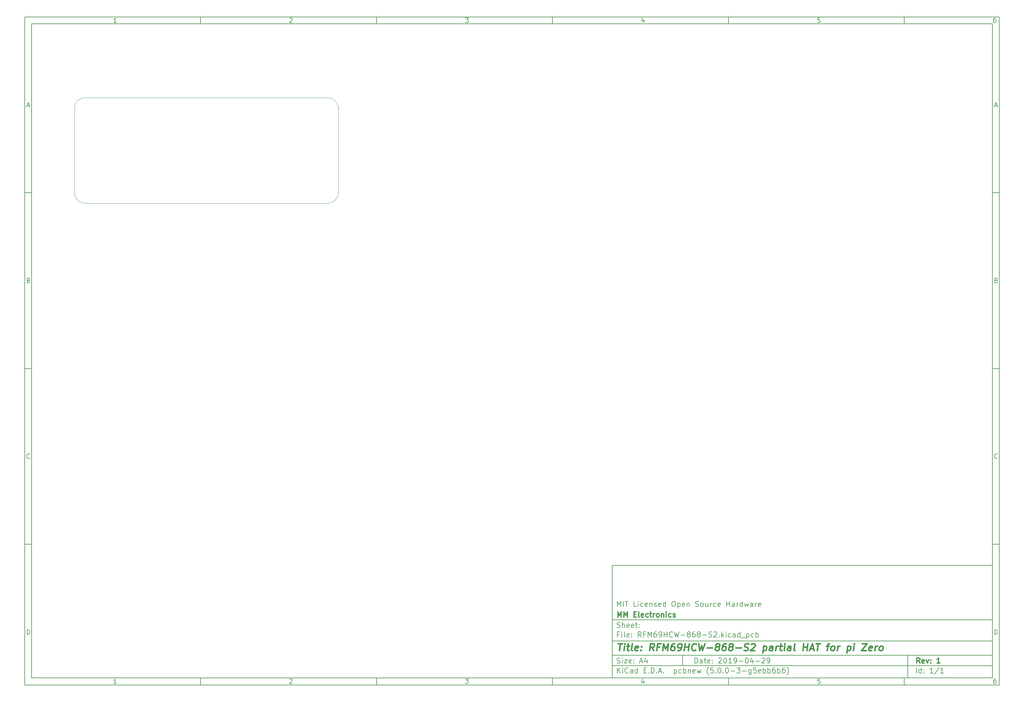
<source format=gbr>
%TF.GenerationSoftware,KiCad,Pcbnew,(5.0.0-3-g5ebb6b6)*%
%TF.CreationDate,2019-04-29T20:19:19+01:00*%
%TF.ProjectId,RFM69HCW-868-S2,52464D36394843572D3836382D53322E,1*%
%TF.SameCoordinates,Original*%
%TF.FileFunction,Profile,NP*%
%FSLAX46Y46*%
G04 Gerber Fmt 4.6, Leading zero omitted, Abs format (unit mm)*
G04 Created by KiCad (PCBNEW (5.0.0-3-g5ebb6b6)) date Monday, 29 April 2019 at 20:19:19*
%MOMM*%
%LPD*%
G01*
G04 APERTURE LIST*
%ADD10C,0.100000*%
%ADD11C,0.150000*%
%ADD12C,0.300000*%
%ADD13C,0.400000*%
G04 APERTURE END LIST*
D10*
D11*
X177002200Y-166007200D02*
X177002200Y-198007200D01*
X285002200Y-198007200D01*
X285002200Y-166007200D01*
X177002200Y-166007200D01*
D10*
D11*
X10000000Y-10000000D02*
X10000000Y-200007200D01*
X287002200Y-200007200D01*
X287002200Y-10000000D01*
X10000000Y-10000000D01*
D10*
D11*
X12000000Y-12000000D02*
X12000000Y-198007200D01*
X285002200Y-198007200D01*
X285002200Y-12000000D01*
X12000000Y-12000000D01*
D10*
D11*
X60000000Y-12000000D02*
X60000000Y-10000000D01*
D10*
D11*
X110000000Y-12000000D02*
X110000000Y-10000000D01*
D10*
D11*
X160000000Y-12000000D02*
X160000000Y-10000000D01*
D10*
D11*
X210000000Y-12000000D02*
X210000000Y-10000000D01*
D10*
D11*
X260000000Y-12000000D02*
X260000000Y-10000000D01*
D10*
D11*
X36065476Y-11588095D02*
X35322619Y-11588095D01*
X35694047Y-11588095D02*
X35694047Y-10288095D01*
X35570238Y-10473809D01*
X35446428Y-10597619D01*
X35322619Y-10659523D01*
D10*
D11*
X85322619Y-10411904D02*
X85384523Y-10350000D01*
X85508333Y-10288095D01*
X85817857Y-10288095D01*
X85941666Y-10350000D01*
X86003571Y-10411904D01*
X86065476Y-10535714D01*
X86065476Y-10659523D01*
X86003571Y-10845238D01*
X85260714Y-11588095D01*
X86065476Y-11588095D01*
D10*
D11*
X135260714Y-10288095D02*
X136065476Y-10288095D01*
X135632142Y-10783333D01*
X135817857Y-10783333D01*
X135941666Y-10845238D01*
X136003571Y-10907142D01*
X136065476Y-11030952D01*
X136065476Y-11340476D01*
X136003571Y-11464285D01*
X135941666Y-11526190D01*
X135817857Y-11588095D01*
X135446428Y-11588095D01*
X135322619Y-11526190D01*
X135260714Y-11464285D01*
D10*
D11*
X185941666Y-10721428D02*
X185941666Y-11588095D01*
X185632142Y-10226190D02*
X185322619Y-11154761D01*
X186127380Y-11154761D01*
D10*
D11*
X236003571Y-10288095D02*
X235384523Y-10288095D01*
X235322619Y-10907142D01*
X235384523Y-10845238D01*
X235508333Y-10783333D01*
X235817857Y-10783333D01*
X235941666Y-10845238D01*
X236003571Y-10907142D01*
X236065476Y-11030952D01*
X236065476Y-11340476D01*
X236003571Y-11464285D01*
X235941666Y-11526190D01*
X235817857Y-11588095D01*
X235508333Y-11588095D01*
X235384523Y-11526190D01*
X235322619Y-11464285D01*
D10*
D11*
X285941666Y-10288095D02*
X285694047Y-10288095D01*
X285570238Y-10350000D01*
X285508333Y-10411904D01*
X285384523Y-10597619D01*
X285322619Y-10845238D01*
X285322619Y-11340476D01*
X285384523Y-11464285D01*
X285446428Y-11526190D01*
X285570238Y-11588095D01*
X285817857Y-11588095D01*
X285941666Y-11526190D01*
X286003571Y-11464285D01*
X286065476Y-11340476D01*
X286065476Y-11030952D01*
X286003571Y-10907142D01*
X285941666Y-10845238D01*
X285817857Y-10783333D01*
X285570238Y-10783333D01*
X285446428Y-10845238D01*
X285384523Y-10907142D01*
X285322619Y-11030952D01*
D10*
D11*
X60000000Y-198007200D02*
X60000000Y-200007200D01*
D10*
D11*
X110000000Y-198007200D02*
X110000000Y-200007200D01*
D10*
D11*
X160000000Y-198007200D02*
X160000000Y-200007200D01*
D10*
D11*
X210000000Y-198007200D02*
X210000000Y-200007200D01*
D10*
D11*
X260000000Y-198007200D02*
X260000000Y-200007200D01*
D10*
D11*
X36065476Y-199595295D02*
X35322619Y-199595295D01*
X35694047Y-199595295D02*
X35694047Y-198295295D01*
X35570238Y-198481009D01*
X35446428Y-198604819D01*
X35322619Y-198666723D01*
D10*
D11*
X85322619Y-198419104D02*
X85384523Y-198357200D01*
X85508333Y-198295295D01*
X85817857Y-198295295D01*
X85941666Y-198357200D01*
X86003571Y-198419104D01*
X86065476Y-198542914D01*
X86065476Y-198666723D01*
X86003571Y-198852438D01*
X85260714Y-199595295D01*
X86065476Y-199595295D01*
D10*
D11*
X135260714Y-198295295D02*
X136065476Y-198295295D01*
X135632142Y-198790533D01*
X135817857Y-198790533D01*
X135941666Y-198852438D01*
X136003571Y-198914342D01*
X136065476Y-199038152D01*
X136065476Y-199347676D01*
X136003571Y-199471485D01*
X135941666Y-199533390D01*
X135817857Y-199595295D01*
X135446428Y-199595295D01*
X135322619Y-199533390D01*
X135260714Y-199471485D01*
D10*
D11*
X185941666Y-198728628D02*
X185941666Y-199595295D01*
X185632142Y-198233390D02*
X185322619Y-199161961D01*
X186127380Y-199161961D01*
D10*
D11*
X236003571Y-198295295D02*
X235384523Y-198295295D01*
X235322619Y-198914342D01*
X235384523Y-198852438D01*
X235508333Y-198790533D01*
X235817857Y-198790533D01*
X235941666Y-198852438D01*
X236003571Y-198914342D01*
X236065476Y-199038152D01*
X236065476Y-199347676D01*
X236003571Y-199471485D01*
X235941666Y-199533390D01*
X235817857Y-199595295D01*
X235508333Y-199595295D01*
X235384523Y-199533390D01*
X235322619Y-199471485D01*
D10*
D11*
X285941666Y-198295295D02*
X285694047Y-198295295D01*
X285570238Y-198357200D01*
X285508333Y-198419104D01*
X285384523Y-198604819D01*
X285322619Y-198852438D01*
X285322619Y-199347676D01*
X285384523Y-199471485D01*
X285446428Y-199533390D01*
X285570238Y-199595295D01*
X285817857Y-199595295D01*
X285941666Y-199533390D01*
X286003571Y-199471485D01*
X286065476Y-199347676D01*
X286065476Y-199038152D01*
X286003571Y-198914342D01*
X285941666Y-198852438D01*
X285817857Y-198790533D01*
X285570238Y-198790533D01*
X285446428Y-198852438D01*
X285384523Y-198914342D01*
X285322619Y-199038152D01*
D10*
D11*
X10000000Y-60000000D02*
X12000000Y-60000000D01*
D10*
D11*
X10000000Y-110000000D02*
X12000000Y-110000000D01*
D10*
D11*
X10000000Y-160000000D02*
X12000000Y-160000000D01*
D10*
D11*
X10690476Y-35216666D02*
X11309523Y-35216666D01*
X10566666Y-35588095D02*
X11000000Y-34288095D01*
X11433333Y-35588095D01*
D10*
D11*
X11092857Y-84907142D02*
X11278571Y-84969047D01*
X11340476Y-85030952D01*
X11402380Y-85154761D01*
X11402380Y-85340476D01*
X11340476Y-85464285D01*
X11278571Y-85526190D01*
X11154761Y-85588095D01*
X10659523Y-85588095D01*
X10659523Y-84288095D01*
X11092857Y-84288095D01*
X11216666Y-84350000D01*
X11278571Y-84411904D01*
X11340476Y-84535714D01*
X11340476Y-84659523D01*
X11278571Y-84783333D01*
X11216666Y-84845238D01*
X11092857Y-84907142D01*
X10659523Y-84907142D01*
D10*
D11*
X11402380Y-135464285D02*
X11340476Y-135526190D01*
X11154761Y-135588095D01*
X11030952Y-135588095D01*
X10845238Y-135526190D01*
X10721428Y-135402380D01*
X10659523Y-135278571D01*
X10597619Y-135030952D01*
X10597619Y-134845238D01*
X10659523Y-134597619D01*
X10721428Y-134473809D01*
X10845238Y-134350000D01*
X11030952Y-134288095D01*
X11154761Y-134288095D01*
X11340476Y-134350000D01*
X11402380Y-134411904D01*
D10*
D11*
X10659523Y-185588095D02*
X10659523Y-184288095D01*
X10969047Y-184288095D01*
X11154761Y-184350000D01*
X11278571Y-184473809D01*
X11340476Y-184597619D01*
X11402380Y-184845238D01*
X11402380Y-185030952D01*
X11340476Y-185278571D01*
X11278571Y-185402380D01*
X11154761Y-185526190D01*
X10969047Y-185588095D01*
X10659523Y-185588095D01*
D10*
D11*
X287002200Y-60000000D02*
X285002200Y-60000000D01*
D10*
D11*
X287002200Y-110000000D02*
X285002200Y-110000000D01*
D10*
D11*
X287002200Y-160000000D02*
X285002200Y-160000000D01*
D10*
D11*
X285692676Y-35216666D02*
X286311723Y-35216666D01*
X285568866Y-35588095D02*
X286002200Y-34288095D01*
X286435533Y-35588095D01*
D10*
D11*
X286095057Y-84907142D02*
X286280771Y-84969047D01*
X286342676Y-85030952D01*
X286404580Y-85154761D01*
X286404580Y-85340476D01*
X286342676Y-85464285D01*
X286280771Y-85526190D01*
X286156961Y-85588095D01*
X285661723Y-85588095D01*
X285661723Y-84288095D01*
X286095057Y-84288095D01*
X286218866Y-84350000D01*
X286280771Y-84411904D01*
X286342676Y-84535714D01*
X286342676Y-84659523D01*
X286280771Y-84783333D01*
X286218866Y-84845238D01*
X286095057Y-84907142D01*
X285661723Y-84907142D01*
D10*
D11*
X286404580Y-135464285D02*
X286342676Y-135526190D01*
X286156961Y-135588095D01*
X286033152Y-135588095D01*
X285847438Y-135526190D01*
X285723628Y-135402380D01*
X285661723Y-135278571D01*
X285599819Y-135030952D01*
X285599819Y-134845238D01*
X285661723Y-134597619D01*
X285723628Y-134473809D01*
X285847438Y-134350000D01*
X286033152Y-134288095D01*
X286156961Y-134288095D01*
X286342676Y-134350000D01*
X286404580Y-134411904D01*
D10*
D11*
X285661723Y-185588095D02*
X285661723Y-184288095D01*
X285971247Y-184288095D01*
X286156961Y-184350000D01*
X286280771Y-184473809D01*
X286342676Y-184597619D01*
X286404580Y-184845238D01*
X286404580Y-185030952D01*
X286342676Y-185278571D01*
X286280771Y-185402380D01*
X286156961Y-185526190D01*
X285971247Y-185588095D01*
X285661723Y-185588095D01*
D10*
D11*
X200434342Y-193785771D02*
X200434342Y-192285771D01*
X200791485Y-192285771D01*
X201005771Y-192357200D01*
X201148628Y-192500057D01*
X201220057Y-192642914D01*
X201291485Y-192928628D01*
X201291485Y-193142914D01*
X201220057Y-193428628D01*
X201148628Y-193571485D01*
X201005771Y-193714342D01*
X200791485Y-193785771D01*
X200434342Y-193785771D01*
X202577200Y-193785771D02*
X202577200Y-193000057D01*
X202505771Y-192857200D01*
X202362914Y-192785771D01*
X202077200Y-192785771D01*
X201934342Y-192857200D01*
X202577200Y-193714342D02*
X202434342Y-193785771D01*
X202077200Y-193785771D01*
X201934342Y-193714342D01*
X201862914Y-193571485D01*
X201862914Y-193428628D01*
X201934342Y-193285771D01*
X202077200Y-193214342D01*
X202434342Y-193214342D01*
X202577200Y-193142914D01*
X203077200Y-192785771D02*
X203648628Y-192785771D01*
X203291485Y-192285771D02*
X203291485Y-193571485D01*
X203362914Y-193714342D01*
X203505771Y-193785771D01*
X203648628Y-193785771D01*
X204720057Y-193714342D02*
X204577200Y-193785771D01*
X204291485Y-193785771D01*
X204148628Y-193714342D01*
X204077200Y-193571485D01*
X204077200Y-193000057D01*
X204148628Y-192857200D01*
X204291485Y-192785771D01*
X204577200Y-192785771D01*
X204720057Y-192857200D01*
X204791485Y-193000057D01*
X204791485Y-193142914D01*
X204077200Y-193285771D01*
X205434342Y-193642914D02*
X205505771Y-193714342D01*
X205434342Y-193785771D01*
X205362914Y-193714342D01*
X205434342Y-193642914D01*
X205434342Y-193785771D01*
X205434342Y-192857200D02*
X205505771Y-192928628D01*
X205434342Y-193000057D01*
X205362914Y-192928628D01*
X205434342Y-192857200D01*
X205434342Y-193000057D01*
X207220057Y-192428628D02*
X207291485Y-192357200D01*
X207434342Y-192285771D01*
X207791485Y-192285771D01*
X207934342Y-192357200D01*
X208005771Y-192428628D01*
X208077200Y-192571485D01*
X208077200Y-192714342D01*
X208005771Y-192928628D01*
X207148628Y-193785771D01*
X208077200Y-193785771D01*
X209005771Y-192285771D02*
X209148628Y-192285771D01*
X209291485Y-192357200D01*
X209362914Y-192428628D01*
X209434342Y-192571485D01*
X209505771Y-192857200D01*
X209505771Y-193214342D01*
X209434342Y-193500057D01*
X209362914Y-193642914D01*
X209291485Y-193714342D01*
X209148628Y-193785771D01*
X209005771Y-193785771D01*
X208862914Y-193714342D01*
X208791485Y-193642914D01*
X208720057Y-193500057D01*
X208648628Y-193214342D01*
X208648628Y-192857200D01*
X208720057Y-192571485D01*
X208791485Y-192428628D01*
X208862914Y-192357200D01*
X209005771Y-192285771D01*
X210934342Y-193785771D02*
X210077200Y-193785771D01*
X210505771Y-193785771D02*
X210505771Y-192285771D01*
X210362914Y-192500057D01*
X210220057Y-192642914D01*
X210077200Y-192714342D01*
X211648628Y-193785771D02*
X211934342Y-193785771D01*
X212077200Y-193714342D01*
X212148628Y-193642914D01*
X212291485Y-193428628D01*
X212362914Y-193142914D01*
X212362914Y-192571485D01*
X212291485Y-192428628D01*
X212220057Y-192357200D01*
X212077200Y-192285771D01*
X211791485Y-192285771D01*
X211648628Y-192357200D01*
X211577200Y-192428628D01*
X211505771Y-192571485D01*
X211505771Y-192928628D01*
X211577200Y-193071485D01*
X211648628Y-193142914D01*
X211791485Y-193214342D01*
X212077200Y-193214342D01*
X212220057Y-193142914D01*
X212291485Y-193071485D01*
X212362914Y-192928628D01*
X213005771Y-193214342D02*
X214148628Y-193214342D01*
X215148628Y-192285771D02*
X215291485Y-192285771D01*
X215434342Y-192357200D01*
X215505771Y-192428628D01*
X215577200Y-192571485D01*
X215648628Y-192857200D01*
X215648628Y-193214342D01*
X215577200Y-193500057D01*
X215505771Y-193642914D01*
X215434342Y-193714342D01*
X215291485Y-193785771D01*
X215148628Y-193785771D01*
X215005771Y-193714342D01*
X214934342Y-193642914D01*
X214862914Y-193500057D01*
X214791485Y-193214342D01*
X214791485Y-192857200D01*
X214862914Y-192571485D01*
X214934342Y-192428628D01*
X215005771Y-192357200D01*
X215148628Y-192285771D01*
X216934342Y-192785771D02*
X216934342Y-193785771D01*
X216577200Y-192214342D02*
X216220057Y-193285771D01*
X217148628Y-193285771D01*
X217720057Y-193214342D02*
X218862914Y-193214342D01*
X219505771Y-192428628D02*
X219577200Y-192357200D01*
X219720057Y-192285771D01*
X220077200Y-192285771D01*
X220220057Y-192357200D01*
X220291485Y-192428628D01*
X220362914Y-192571485D01*
X220362914Y-192714342D01*
X220291485Y-192928628D01*
X219434342Y-193785771D01*
X220362914Y-193785771D01*
X221077200Y-193785771D02*
X221362914Y-193785771D01*
X221505771Y-193714342D01*
X221577200Y-193642914D01*
X221720057Y-193428628D01*
X221791485Y-193142914D01*
X221791485Y-192571485D01*
X221720057Y-192428628D01*
X221648628Y-192357200D01*
X221505771Y-192285771D01*
X221220057Y-192285771D01*
X221077200Y-192357200D01*
X221005771Y-192428628D01*
X220934342Y-192571485D01*
X220934342Y-192928628D01*
X221005771Y-193071485D01*
X221077200Y-193142914D01*
X221220057Y-193214342D01*
X221505771Y-193214342D01*
X221648628Y-193142914D01*
X221720057Y-193071485D01*
X221791485Y-192928628D01*
D10*
D11*
X177002200Y-194507200D02*
X285002200Y-194507200D01*
D10*
D11*
X178434342Y-196585771D02*
X178434342Y-195085771D01*
X179291485Y-196585771D02*
X178648628Y-195728628D01*
X179291485Y-195085771D02*
X178434342Y-195942914D01*
X179934342Y-196585771D02*
X179934342Y-195585771D01*
X179934342Y-195085771D02*
X179862914Y-195157200D01*
X179934342Y-195228628D01*
X180005771Y-195157200D01*
X179934342Y-195085771D01*
X179934342Y-195228628D01*
X181505771Y-196442914D02*
X181434342Y-196514342D01*
X181220057Y-196585771D01*
X181077200Y-196585771D01*
X180862914Y-196514342D01*
X180720057Y-196371485D01*
X180648628Y-196228628D01*
X180577200Y-195942914D01*
X180577200Y-195728628D01*
X180648628Y-195442914D01*
X180720057Y-195300057D01*
X180862914Y-195157200D01*
X181077200Y-195085771D01*
X181220057Y-195085771D01*
X181434342Y-195157200D01*
X181505771Y-195228628D01*
X182791485Y-196585771D02*
X182791485Y-195800057D01*
X182720057Y-195657200D01*
X182577200Y-195585771D01*
X182291485Y-195585771D01*
X182148628Y-195657200D01*
X182791485Y-196514342D02*
X182648628Y-196585771D01*
X182291485Y-196585771D01*
X182148628Y-196514342D01*
X182077200Y-196371485D01*
X182077200Y-196228628D01*
X182148628Y-196085771D01*
X182291485Y-196014342D01*
X182648628Y-196014342D01*
X182791485Y-195942914D01*
X184148628Y-196585771D02*
X184148628Y-195085771D01*
X184148628Y-196514342D02*
X184005771Y-196585771D01*
X183720057Y-196585771D01*
X183577200Y-196514342D01*
X183505771Y-196442914D01*
X183434342Y-196300057D01*
X183434342Y-195871485D01*
X183505771Y-195728628D01*
X183577200Y-195657200D01*
X183720057Y-195585771D01*
X184005771Y-195585771D01*
X184148628Y-195657200D01*
X186005771Y-195800057D02*
X186505771Y-195800057D01*
X186720057Y-196585771D02*
X186005771Y-196585771D01*
X186005771Y-195085771D01*
X186720057Y-195085771D01*
X187362914Y-196442914D02*
X187434342Y-196514342D01*
X187362914Y-196585771D01*
X187291485Y-196514342D01*
X187362914Y-196442914D01*
X187362914Y-196585771D01*
X188077200Y-196585771D02*
X188077200Y-195085771D01*
X188434342Y-195085771D01*
X188648628Y-195157200D01*
X188791485Y-195300057D01*
X188862914Y-195442914D01*
X188934342Y-195728628D01*
X188934342Y-195942914D01*
X188862914Y-196228628D01*
X188791485Y-196371485D01*
X188648628Y-196514342D01*
X188434342Y-196585771D01*
X188077200Y-196585771D01*
X189577200Y-196442914D02*
X189648628Y-196514342D01*
X189577200Y-196585771D01*
X189505771Y-196514342D01*
X189577200Y-196442914D01*
X189577200Y-196585771D01*
X190220057Y-196157200D02*
X190934342Y-196157200D01*
X190077200Y-196585771D02*
X190577200Y-195085771D01*
X191077200Y-196585771D01*
X191577200Y-196442914D02*
X191648628Y-196514342D01*
X191577200Y-196585771D01*
X191505771Y-196514342D01*
X191577200Y-196442914D01*
X191577200Y-196585771D01*
X194577200Y-195585771D02*
X194577200Y-197085771D01*
X194577200Y-195657200D02*
X194720057Y-195585771D01*
X195005771Y-195585771D01*
X195148628Y-195657200D01*
X195220057Y-195728628D01*
X195291485Y-195871485D01*
X195291485Y-196300057D01*
X195220057Y-196442914D01*
X195148628Y-196514342D01*
X195005771Y-196585771D01*
X194720057Y-196585771D01*
X194577200Y-196514342D01*
X196577200Y-196514342D02*
X196434342Y-196585771D01*
X196148628Y-196585771D01*
X196005771Y-196514342D01*
X195934342Y-196442914D01*
X195862914Y-196300057D01*
X195862914Y-195871485D01*
X195934342Y-195728628D01*
X196005771Y-195657200D01*
X196148628Y-195585771D01*
X196434342Y-195585771D01*
X196577200Y-195657200D01*
X197220057Y-196585771D02*
X197220057Y-195085771D01*
X197220057Y-195657200D02*
X197362914Y-195585771D01*
X197648628Y-195585771D01*
X197791485Y-195657200D01*
X197862914Y-195728628D01*
X197934342Y-195871485D01*
X197934342Y-196300057D01*
X197862914Y-196442914D01*
X197791485Y-196514342D01*
X197648628Y-196585771D01*
X197362914Y-196585771D01*
X197220057Y-196514342D01*
X198577200Y-195585771D02*
X198577200Y-196585771D01*
X198577200Y-195728628D02*
X198648628Y-195657200D01*
X198791485Y-195585771D01*
X199005771Y-195585771D01*
X199148628Y-195657200D01*
X199220057Y-195800057D01*
X199220057Y-196585771D01*
X200505771Y-196514342D02*
X200362914Y-196585771D01*
X200077200Y-196585771D01*
X199934342Y-196514342D01*
X199862914Y-196371485D01*
X199862914Y-195800057D01*
X199934342Y-195657200D01*
X200077200Y-195585771D01*
X200362914Y-195585771D01*
X200505771Y-195657200D01*
X200577200Y-195800057D01*
X200577200Y-195942914D01*
X199862914Y-196085771D01*
X201077200Y-195585771D02*
X201362914Y-196585771D01*
X201648628Y-195871485D01*
X201934342Y-196585771D01*
X202220057Y-195585771D01*
X204362914Y-197157200D02*
X204291485Y-197085771D01*
X204148628Y-196871485D01*
X204077200Y-196728628D01*
X204005771Y-196514342D01*
X203934342Y-196157200D01*
X203934342Y-195871485D01*
X204005771Y-195514342D01*
X204077200Y-195300057D01*
X204148628Y-195157200D01*
X204291485Y-194942914D01*
X204362914Y-194871485D01*
X205648628Y-195085771D02*
X204934342Y-195085771D01*
X204862914Y-195800057D01*
X204934342Y-195728628D01*
X205077200Y-195657200D01*
X205434342Y-195657200D01*
X205577200Y-195728628D01*
X205648628Y-195800057D01*
X205720057Y-195942914D01*
X205720057Y-196300057D01*
X205648628Y-196442914D01*
X205577200Y-196514342D01*
X205434342Y-196585771D01*
X205077200Y-196585771D01*
X204934342Y-196514342D01*
X204862914Y-196442914D01*
X206362914Y-196442914D02*
X206434342Y-196514342D01*
X206362914Y-196585771D01*
X206291485Y-196514342D01*
X206362914Y-196442914D01*
X206362914Y-196585771D01*
X207362914Y-195085771D02*
X207505771Y-195085771D01*
X207648628Y-195157200D01*
X207720057Y-195228628D01*
X207791485Y-195371485D01*
X207862914Y-195657200D01*
X207862914Y-196014342D01*
X207791485Y-196300057D01*
X207720057Y-196442914D01*
X207648628Y-196514342D01*
X207505771Y-196585771D01*
X207362914Y-196585771D01*
X207220057Y-196514342D01*
X207148628Y-196442914D01*
X207077200Y-196300057D01*
X207005771Y-196014342D01*
X207005771Y-195657200D01*
X207077200Y-195371485D01*
X207148628Y-195228628D01*
X207220057Y-195157200D01*
X207362914Y-195085771D01*
X208505771Y-196442914D02*
X208577200Y-196514342D01*
X208505771Y-196585771D01*
X208434342Y-196514342D01*
X208505771Y-196442914D01*
X208505771Y-196585771D01*
X209505771Y-195085771D02*
X209648628Y-195085771D01*
X209791485Y-195157200D01*
X209862914Y-195228628D01*
X209934342Y-195371485D01*
X210005771Y-195657200D01*
X210005771Y-196014342D01*
X209934342Y-196300057D01*
X209862914Y-196442914D01*
X209791485Y-196514342D01*
X209648628Y-196585771D01*
X209505771Y-196585771D01*
X209362914Y-196514342D01*
X209291485Y-196442914D01*
X209220057Y-196300057D01*
X209148628Y-196014342D01*
X209148628Y-195657200D01*
X209220057Y-195371485D01*
X209291485Y-195228628D01*
X209362914Y-195157200D01*
X209505771Y-195085771D01*
X210648628Y-196014342D02*
X211791485Y-196014342D01*
X212362914Y-195085771D02*
X213291485Y-195085771D01*
X212791485Y-195657200D01*
X213005771Y-195657200D01*
X213148628Y-195728628D01*
X213220057Y-195800057D01*
X213291485Y-195942914D01*
X213291485Y-196300057D01*
X213220057Y-196442914D01*
X213148628Y-196514342D01*
X213005771Y-196585771D01*
X212577200Y-196585771D01*
X212434342Y-196514342D01*
X212362914Y-196442914D01*
X213934342Y-196014342D02*
X215077200Y-196014342D01*
X216434342Y-195585771D02*
X216434342Y-196800057D01*
X216362914Y-196942914D01*
X216291485Y-197014342D01*
X216148628Y-197085771D01*
X215934342Y-197085771D01*
X215791485Y-197014342D01*
X216434342Y-196514342D02*
X216291485Y-196585771D01*
X216005771Y-196585771D01*
X215862914Y-196514342D01*
X215791485Y-196442914D01*
X215720057Y-196300057D01*
X215720057Y-195871485D01*
X215791485Y-195728628D01*
X215862914Y-195657200D01*
X216005771Y-195585771D01*
X216291485Y-195585771D01*
X216434342Y-195657200D01*
X217862914Y-195085771D02*
X217148628Y-195085771D01*
X217077200Y-195800057D01*
X217148628Y-195728628D01*
X217291485Y-195657200D01*
X217648628Y-195657200D01*
X217791485Y-195728628D01*
X217862914Y-195800057D01*
X217934342Y-195942914D01*
X217934342Y-196300057D01*
X217862914Y-196442914D01*
X217791485Y-196514342D01*
X217648628Y-196585771D01*
X217291485Y-196585771D01*
X217148628Y-196514342D01*
X217077200Y-196442914D01*
X219148628Y-196514342D02*
X219005771Y-196585771D01*
X218720057Y-196585771D01*
X218577200Y-196514342D01*
X218505771Y-196371485D01*
X218505771Y-195800057D01*
X218577200Y-195657200D01*
X218720057Y-195585771D01*
X219005771Y-195585771D01*
X219148628Y-195657200D01*
X219220057Y-195800057D01*
X219220057Y-195942914D01*
X218505771Y-196085771D01*
X219862914Y-196585771D02*
X219862914Y-195085771D01*
X219862914Y-195657200D02*
X220005771Y-195585771D01*
X220291485Y-195585771D01*
X220434342Y-195657200D01*
X220505771Y-195728628D01*
X220577200Y-195871485D01*
X220577200Y-196300057D01*
X220505771Y-196442914D01*
X220434342Y-196514342D01*
X220291485Y-196585771D01*
X220005771Y-196585771D01*
X219862914Y-196514342D01*
X221220057Y-196585771D02*
X221220057Y-195085771D01*
X221220057Y-195657200D02*
X221362914Y-195585771D01*
X221648628Y-195585771D01*
X221791485Y-195657200D01*
X221862914Y-195728628D01*
X221934342Y-195871485D01*
X221934342Y-196300057D01*
X221862914Y-196442914D01*
X221791485Y-196514342D01*
X221648628Y-196585771D01*
X221362914Y-196585771D01*
X221220057Y-196514342D01*
X223220057Y-195085771D02*
X222934342Y-195085771D01*
X222791485Y-195157200D01*
X222720057Y-195228628D01*
X222577200Y-195442914D01*
X222505771Y-195728628D01*
X222505771Y-196300057D01*
X222577200Y-196442914D01*
X222648628Y-196514342D01*
X222791485Y-196585771D01*
X223077200Y-196585771D01*
X223220057Y-196514342D01*
X223291485Y-196442914D01*
X223362914Y-196300057D01*
X223362914Y-195942914D01*
X223291485Y-195800057D01*
X223220057Y-195728628D01*
X223077200Y-195657200D01*
X222791485Y-195657200D01*
X222648628Y-195728628D01*
X222577200Y-195800057D01*
X222505771Y-195942914D01*
X224005771Y-196585771D02*
X224005771Y-195085771D01*
X224005771Y-195657200D02*
X224148628Y-195585771D01*
X224434342Y-195585771D01*
X224577200Y-195657200D01*
X224648628Y-195728628D01*
X224720057Y-195871485D01*
X224720057Y-196300057D01*
X224648628Y-196442914D01*
X224577200Y-196514342D01*
X224434342Y-196585771D01*
X224148628Y-196585771D01*
X224005771Y-196514342D01*
X226005771Y-195085771D02*
X225720057Y-195085771D01*
X225577200Y-195157200D01*
X225505771Y-195228628D01*
X225362914Y-195442914D01*
X225291485Y-195728628D01*
X225291485Y-196300057D01*
X225362914Y-196442914D01*
X225434342Y-196514342D01*
X225577200Y-196585771D01*
X225862914Y-196585771D01*
X226005771Y-196514342D01*
X226077200Y-196442914D01*
X226148628Y-196300057D01*
X226148628Y-195942914D01*
X226077200Y-195800057D01*
X226005771Y-195728628D01*
X225862914Y-195657200D01*
X225577200Y-195657200D01*
X225434342Y-195728628D01*
X225362914Y-195800057D01*
X225291485Y-195942914D01*
X226648628Y-197157200D02*
X226720057Y-197085771D01*
X226862914Y-196871485D01*
X226934342Y-196728628D01*
X227005771Y-196514342D01*
X227077200Y-196157200D01*
X227077200Y-195871485D01*
X227005771Y-195514342D01*
X226934342Y-195300057D01*
X226862914Y-195157200D01*
X226720057Y-194942914D01*
X226648628Y-194871485D01*
D10*
D11*
X177002200Y-191507200D02*
X285002200Y-191507200D01*
D10*
D12*
X264411485Y-193785771D02*
X263911485Y-193071485D01*
X263554342Y-193785771D02*
X263554342Y-192285771D01*
X264125771Y-192285771D01*
X264268628Y-192357200D01*
X264340057Y-192428628D01*
X264411485Y-192571485D01*
X264411485Y-192785771D01*
X264340057Y-192928628D01*
X264268628Y-193000057D01*
X264125771Y-193071485D01*
X263554342Y-193071485D01*
X265625771Y-193714342D02*
X265482914Y-193785771D01*
X265197200Y-193785771D01*
X265054342Y-193714342D01*
X264982914Y-193571485D01*
X264982914Y-193000057D01*
X265054342Y-192857200D01*
X265197200Y-192785771D01*
X265482914Y-192785771D01*
X265625771Y-192857200D01*
X265697200Y-193000057D01*
X265697200Y-193142914D01*
X264982914Y-193285771D01*
X266197200Y-192785771D02*
X266554342Y-193785771D01*
X266911485Y-192785771D01*
X267482914Y-193642914D02*
X267554342Y-193714342D01*
X267482914Y-193785771D01*
X267411485Y-193714342D01*
X267482914Y-193642914D01*
X267482914Y-193785771D01*
X267482914Y-192857200D02*
X267554342Y-192928628D01*
X267482914Y-193000057D01*
X267411485Y-192928628D01*
X267482914Y-192857200D01*
X267482914Y-193000057D01*
X270125771Y-193785771D02*
X269268628Y-193785771D01*
X269697200Y-193785771D02*
X269697200Y-192285771D01*
X269554342Y-192500057D01*
X269411485Y-192642914D01*
X269268628Y-192714342D01*
D10*
D11*
X178362914Y-193714342D02*
X178577200Y-193785771D01*
X178934342Y-193785771D01*
X179077200Y-193714342D01*
X179148628Y-193642914D01*
X179220057Y-193500057D01*
X179220057Y-193357200D01*
X179148628Y-193214342D01*
X179077200Y-193142914D01*
X178934342Y-193071485D01*
X178648628Y-193000057D01*
X178505771Y-192928628D01*
X178434342Y-192857200D01*
X178362914Y-192714342D01*
X178362914Y-192571485D01*
X178434342Y-192428628D01*
X178505771Y-192357200D01*
X178648628Y-192285771D01*
X179005771Y-192285771D01*
X179220057Y-192357200D01*
X179862914Y-193785771D02*
X179862914Y-192785771D01*
X179862914Y-192285771D02*
X179791485Y-192357200D01*
X179862914Y-192428628D01*
X179934342Y-192357200D01*
X179862914Y-192285771D01*
X179862914Y-192428628D01*
X180434342Y-192785771D02*
X181220057Y-192785771D01*
X180434342Y-193785771D01*
X181220057Y-193785771D01*
X182362914Y-193714342D02*
X182220057Y-193785771D01*
X181934342Y-193785771D01*
X181791485Y-193714342D01*
X181720057Y-193571485D01*
X181720057Y-193000057D01*
X181791485Y-192857200D01*
X181934342Y-192785771D01*
X182220057Y-192785771D01*
X182362914Y-192857200D01*
X182434342Y-193000057D01*
X182434342Y-193142914D01*
X181720057Y-193285771D01*
X183077200Y-193642914D02*
X183148628Y-193714342D01*
X183077200Y-193785771D01*
X183005771Y-193714342D01*
X183077200Y-193642914D01*
X183077200Y-193785771D01*
X183077200Y-192857200D02*
X183148628Y-192928628D01*
X183077200Y-193000057D01*
X183005771Y-192928628D01*
X183077200Y-192857200D01*
X183077200Y-193000057D01*
X184862914Y-193357200D02*
X185577200Y-193357200D01*
X184720057Y-193785771D02*
X185220057Y-192285771D01*
X185720057Y-193785771D01*
X186862914Y-192785771D02*
X186862914Y-193785771D01*
X186505771Y-192214342D02*
X186148628Y-193285771D01*
X187077200Y-193285771D01*
D10*
D11*
X263434342Y-196585771D02*
X263434342Y-195085771D01*
X264791485Y-196585771D02*
X264791485Y-195085771D01*
X264791485Y-196514342D02*
X264648628Y-196585771D01*
X264362914Y-196585771D01*
X264220057Y-196514342D01*
X264148628Y-196442914D01*
X264077200Y-196300057D01*
X264077200Y-195871485D01*
X264148628Y-195728628D01*
X264220057Y-195657200D01*
X264362914Y-195585771D01*
X264648628Y-195585771D01*
X264791485Y-195657200D01*
X265505771Y-196442914D02*
X265577200Y-196514342D01*
X265505771Y-196585771D01*
X265434342Y-196514342D01*
X265505771Y-196442914D01*
X265505771Y-196585771D01*
X265505771Y-195657200D02*
X265577200Y-195728628D01*
X265505771Y-195800057D01*
X265434342Y-195728628D01*
X265505771Y-195657200D01*
X265505771Y-195800057D01*
X268148628Y-196585771D02*
X267291485Y-196585771D01*
X267720057Y-196585771D02*
X267720057Y-195085771D01*
X267577200Y-195300057D01*
X267434342Y-195442914D01*
X267291485Y-195514342D01*
X269862914Y-195014342D02*
X268577200Y-196942914D01*
X271148628Y-196585771D02*
X270291485Y-196585771D01*
X270720057Y-196585771D02*
X270720057Y-195085771D01*
X270577200Y-195300057D01*
X270434342Y-195442914D01*
X270291485Y-195514342D01*
D10*
D11*
X177002200Y-187507200D02*
X285002200Y-187507200D01*
D10*
D13*
X178714580Y-188211961D02*
X179857438Y-188211961D01*
X179036009Y-190211961D02*
X179286009Y-188211961D01*
X180274104Y-190211961D02*
X180440771Y-188878628D01*
X180524104Y-188211961D02*
X180416961Y-188307200D01*
X180500295Y-188402438D01*
X180607438Y-188307200D01*
X180524104Y-188211961D01*
X180500295Y-188402438D01*
X181107438Y-188878628D02*
X181869342Y-188878628D01*
X181476485Y-188211961D02*
X181262200Y-189926247D01*
X181333628Y-190116723D01*
X181512200Y-190211961D01*
X181702676Y-190211961D01*
X182655057Y-190211961D02*
X182476485Y-190116723D01*
X182405057Y-189926247D01*
X182619342Y-188211961D01*
X184190771Y-190116723D02*
X183988390Y-190211961D01*
X183607438Y-190211961D01*
X183428866Y-190116723D01*
X183357438Y-189926247D01*
X183452676Y-189164342D01*
X183571723Y-188973866D01*
X183774104Y-188878628D01*
X184155057Y-188878628D01*
X184333628Y-188973866D01*
X184405057Y-189164342D01*
X184381247Y-189354819D01*
X183405057Y-189545295D01*
X185155057Y-190021485D02*
X185238390Y-190116723D01*
X185131247Y-190211961D01*
X185047914Y-190116723D01*
X185155057Y-190021485D01*
X185131247Y-190211961D01*
X185286009Y-188973866D02*
X185369342Y-189069104D01*
X185262200Y-189164342D01*
X185178866Y-189069104D01*
X185286009Y-188973866D01*
X185262200Y-189164342D01*
X188750295Y-190211961D02*
X188202676Y-189259580D01*
X187607438Y-190211961D02*
X187857438Y-188211961D01*
X188619342Y-188211961D01*
X188797914Y-188307200D01*
X188881247Y-188402438D01*
X188952676Y-188592914D01*
X188916961Y-188878628D01*
X188797914Y-189069104D01*
X188690771Y-189164342D01*
X188488390Y-189259580D01*
X187726485Y-189259580D01*
X190405057Y-189164342D02*
X189738390Y-189164342D01*
X189607438Y-190211961D02*
X189857438Y-188211961D01*
X190809819Y-188211961D01*
X191321723Y-190211961D02*
X191571723Y-188211961D01*
X192059819Y-189640533D01*
X192905057Y-188211961D01*
X192655057Y-190211961D01*
X194714580Y-188211961D02*
X194333628Y-188211961D01*
X194131247Y-188307200D01*
X194024104Y-188402438D01*
X193797914Y-188688152D01*
X193655057Y-189069104D01*
X193559819Y-189831009D01*
X193631247Y-190021485D01*
X193714580Y-190116723D01*
X193893152Y-190211961D01*
X194274104Y-190211961D01*
X194476485Y-190116723D01*
X194583628Y-190021485D01*
X194702676Y-189831009D01*
X194762200Y-189354819D01*
X194690771Y-189164342D01*
X194607438Y-189069104D01*
X194428866Y-188973866D01*
X194047914Y-188973866D01*
X193845533Y-189069104D01*
X193738390Y-189164342D01*
X193619342Y-189354819D01*
X195607438Y-190211961D02*
X195988390Y-190211961D01*
X196190771Y-190116723D01*
X196297914Y-190021485D01*
X196524104Y-189735771D01*
X196666961Y-189354819D01*
X196762200Y-188592914D01*
X196690771Y-188402438D01*
X196607438Y-188307200D01*
X196428866Y-188211961D01*
X196047914Y-188211961D01*
X195845533Y-188307200D01*
X195738390Y-188402438D01*
X195619342Y-188592914D01*
X195559819Y-189069104D01*
X195631247Y-189259580D01*
X195714580Y-189354819D01*
X195893152Y-189450057D01*
X196274104Y-189450057D01*
X196476485Y-189354819D01*
X196583628Y-189259580D01*
X196702676Y-189069104D01*
X197416961Y-190211961D02*
X197666961Y-188211961D01*
X197547914Y-189164342D02*
X198690771Y-189164342D01*
X198559819Y-190211961D02*
X198809819Y-188211961D01*
X200678866Y-190021485D02*
X200571723Y-190116723D01*
X200274104Y-190211961D01*
X200083628Y-190211961D01*
X199809819Y-190116723D01*
X199643152Y-189926247D01*
X199571723Y-189735771D01*
X199524104Y-189354819D01*
X199559819Y-189069104D01*
X199702676Y-188688152D01*
X199821723Y-188497676D01*
X200036009Y-188307200D01*
X200333628Y-188211961D01*
X200524104Y-188211961D01*
X200797914Y-188307200D01*
X200881247Y-188402438D01*
X201571723Y-188211961D02*
X201797914Y-190211961D01*
X202357438Y-188783390D01*
X202559819Y-190211961D01*
X203286009Y-188211961D01*
X203893152Y-189450057D02*
X205416961Y-189450057D01*
X206702676Y-189069104D02*
X206524104Y-188973866D01*
X206440771Y-188878628D01*
X206369342Y-188688152D01*
X206381247Y-188592914D01*
X206500295Y-188402438D01*
X206607438Y-188307200D01*
X206809819Y-188211961D01*
X207190771Y-188211961D01*
X207369342Y-188307200D01*
X207452676Y-188402438D01*
X207524104Y-188592914D01*
X207512200Y-188688152D01*
X207393152Y-188878628D01*
X207286009Y-188973866D01*
X207083628Y-189069104D01*
X206702676Y-189069104D01*
X206500295Y-189164342D01*
X206393152Y-189259580D01*
X206274104Y-189450057D01*
X206226485Y-189831009D01*
X206297914Y-190021485D01*
X206381247Y-190116723D01*
X206559819Y-190211961D01*
X206940771Y-190211961D01*
X207143152Y-190116723D01*
X207250295Y-190021485D01*
X207369342Y-189831009D01*
X207416961Y-189450057D01*
X207345533Y-189259580D01*
X207262200Y-189164342D01*
X207083628Y-189069104D01*
X209286009Y-188211961D02*
X208905057Y-188211961D01*
X208702676Y-188307200D01*
X208595533Y-188402438D01*
X208369342Y-188688152D01*
X208226485Y-189069104D01*
X208131247Y-189831009D01*
X208202676Y-190021485D01*
X208286009Y-190116723D01*
X208464580Y-190211961D01*
X208845533Y-190211961D01*
X209047914Y-190116723D01*
X209155057Y-190021485D01*
X209274104Y-189831009D01*
X209333628Y-189354819D01*
X209262200Y-189164342D01*
X209178866Y-189069104D01*
X209000295Y-188973866D01*
X208619342Y-188973866D01*
X208416961Y-189069104D01*
X208309819Y-189164342D01*
X208190771Y-189354819D01*
X210512200Y-189069104D02*
X210333628Y-188973866D01*
X210250295Y-188878628D01*
X210178866Y-188688152D01*
X210190771Y-188592914D01*
X210309819Y-188402438D01*
X210416961Y-188307200D01*
X210619342Y-188211961D01*
X211000295Y-188211961D01*
X211178866Y-188307200D01*
X211262200Y-188402438D01*
X211333628Y-188592914D01*
X211321723Y-188688152D01*
X211202676Y-188878628D01*
X211095533Y-188973866D01*
X210893152Y-189069104D01*
X210512200Y-189069104D01*
X210309819Y-189164342D01*
X210202676Y-189259580D01*
X210083628Y-189450057D01*
X210036009Y-189831009D01*
X210107438Y-190021485D01*
X210190771Y-190116723D01*
X210369342Y-190211961D01*
X210750295Y-190211961D01*
X210952676Y-190116723D01*
X211059819Y-190021485D01*
X211178866Y-189831009D01*
X211226485Y-189450057D01*
X211155057Y-189259580D01*
X211071723Y-189164342D01*
X210893152Y-189069104D01*
X212083628Y-189450057D02*
X213607438Y-189450057D01*
X214381247Y-190116723D02*
X214655057Y-190211961D01*
X215131247Y-190211961D01*
X215333628Y-190116723D01*
X215440771Y-190021485D01*
X215559819Y-189831009D01*
X215583628Y-189640533D01*
X215512200Y-189450057D01*
X215428866Y-189354819D01*
X215250295Y-189259580D01*
X214881247Y-189164342D01*
X214702676Y-189069104D01*
X214619342Y-188973866D01*
X214547914Y-188783390D01*
X214571723Y-188592914D01*
X214690771Y-188402438D01*
X214797914Y-188307200D01*
X215000295Y-188211961D01*
X215476485Y-188211961D01*
X215750295Y-188307200D01*
X216500295Y-188402438D02*
X216607438Y-188307200D01*
X216809819Y-188211961D01*
X217286009Y-188211961D01*
X217464580Y-188307200D01*
X217547914Y-188402438D01*
X217619342Y-188592914D01*
X217595533Y-188783390D01*
X217464580Y-189069104D01*
X216178866Y-190211961D01*
X217416961Y-190211961D01*
X219964580Y-188878628D02*
X219714580Y-190878628D01*
X219952676Y-188973866D02*
X220155057Y-188878628D01*
X220536009Y-188878628D01*
X220714580Y-188973866D01*
X220797914Y-189069104D01*
X220869342Y-189259580D01*
X220797914Y-189831009D01*
X220678866Y-190021485D01*
X220571723Y-190116723D01*
X220369342Y-190211961D01*
X219988390Y-190211961D01*
X219809819Y-190116723D01*
X222464580Y-190211961D02*
X222595533Y-189164342D01*
X222524104Y-188973866D01*
X222345533Y-188878628D01*
X221964580Y-188878628D01*
X221762200Y-188973866D01*
X222476485Y-190116723D02*
X222274104Y-190211961D01*
X221797914Y-190211961D01*
X221619342Y-190116723D01*
X221547914Y-189926247D01*
X221571723Y-189735771D01*
X221690771Y-189545295D01*
X221893152Y-189450057D01*
X222369342Y-189450057D01*
X222571723Y-189354819D01*
X223416961Y-190211961D02*
X223583628Y-188878628D01*
X223536009Y-189259580D02*
X223655057Y-189069104D01*
X223762199Y-188973866D01*
X223964580Y-188878628D01*
X224155057Y-188878628D01*
X224536009Y-188878628D02*
X225297914Y-188878628D01*
X224905057Y-188211961D02*
X224690771Y-189926247D01*
X224762200Y-190116723D01*
X224940771Y-190211961D01*
X225131247Y-190211961D01*
X225797914Y-190211961D02*
X225964580Y-188878628D01*
X226047914Y-188211961D02*
X225940771Y-188307200D01*
X226024104Y-188402438D01*
X226131247Y-188307200D01*
X226047914Y-188211961D01*
X226024104Y-188402438D01*
X227607438Y-190211961D02*
X227738390Y-189164342D01*
X227666961Y-188973866D01*
X227488390Y-188878628D01*
X227107438Y-188878628D01*
X226905057Y-188973866D01*
X227619342Y-190116723D02*
X227416961Y-190211961D01*
X226940771Y-190211961D01*
X226762200Y-190116723D01*
X226690771Y-189926247D01*
X226714580Y-189735771D01*
X226833628Y-189545295D01*
X227036009Y-189450057D01*
X227512200Y-189450057D01*
X227714580Y-189354819D01*
X228845533Y-190211961D02*
X228666961Y-190116723D01*
X228595533Y-189926247D01*
X228809819Y-188211961D01*
X231131247Y-190211961D02*
X231381247Y-188211961D01*
X231262199Y-189164342D02*
X232405057Y-189164342D01*
X232274104Y-190211961D02*
X232524104Y-188211961D01*
X233202676Y-189640533D02*
X234155057Y-189640533D01*
X232940771Y-190211961D02*
X233857438Y-188211961D01*
X234274104Y-190211961D01*
X234905057Y-188211961D02*
X236047914Y-188211961D01*
X235226485Y-190211961D02*
X235476485Y-188211961D01*
X237869342Y-188878628D02*
X238631247Y-188878628D01*
X237988390Y-190211961D02*
X238202676Y-188497676D01*
X238321723Y-188307200D01*
X238524104Y-188211961D01*
X238714580Y-188211961D01*
X239416961Y-190211961D02*
X239238390Y-190116723D01*
X239155057Y-190021485D01*
X239083628Y-189831009D01*
X239155057Y-189259580D01*
X239274104Y-189069104D01*
X239381247Y-188973866D01*
X239583628Y-188878628D01*
X239869342Y-188878628D01*
X240047914Y-188973866D01*
X240131247Y-189069104D01*
X240202676Y-189259580D01*
X240131247Y-189831009D01*
X240012199Y-190021485D01*
X239905057Y-190116723D01*
X239702676Y-190211961D01*
X239416961Y-190211961D01*
X240940771Y-190211961D02*
X241107438Y-188878628D01*
X241059819Y-189259580D02*
X241178866Y-189069104D01*
X241286009Y-188973866D01*
X241488390Y-188878628D01*
X241678866Y-188878628D01*
X243869342Y-188878628D02*
X243619342Y-190878628D01*
X243857438Y-188973866D02*
X244059819Y-188878628D01*
X244440771Y-188878628D01*
X244619342Y-188973866D01*
X244702676Y-189069104D01*
X244774104Y-189259580D01*
X244702676Y-189831009D01*
X244583628Y-190021485D01*
X244476485Y-190116723D01*
X244274104Y-190211961D01*
X243893152Y-190211961D01*
X243714580Y-190116723D01*
X245512199Y-190211961D02*
X245678866Y-188878628D01*
X245762199Y-188211961D02*
X245655057Y-188307200D01*
X245738390Y-188402438D01*
X245845533Y-188307200D01*
X245762199Y-188211961D01*
X245738390Y-188402438D01*
X248047914Y-188211961D02*
X249381247Y-188211961D01*
X247797914Y-190211961D01*
X249131247Y-190211961D01*
X250666961Y-190116723D02*
X250464580Y-190211961D01*
X250083628Y-190211961D01*
X249905057Y-190116723D01*
X249833628Y-189926247D01*
X249928866Y-189164342D01*
X250047914Y-188973866D01*
X250250295Y-188878628D01*
X250631247Y-188878628D01*
X250809819Y-188973866D01*
X250881247Y-189164342D01*
X250857438Y-189354819D01*
X249881247Y-189545295D01*
X251607438Y-190211961D02*
X251774104Y-188878628D01*
X251726485Y-189259580D02*
X251845533Y-189069104D01*
X251952676Y-188973866D01*
X252155057Y-188878628D01*
X252345533Y-188878628D01*
X253131247Y-190211961D02*
X252952676Y-190116723D01*
X252869342Y-190021485D01*
X252797914Y-189831009D01*
X252869342Y-189259580D01*
X252988390Y-189069104D01*
X253095533Y-188973866D01*
X253297914Y-188878628D01*
X253583628Y-188878628D01*
X253762200Y-188973866D01*
X253845533Y-189069104D01*
X253916961Y-189259580D01*
X253845533Y-189831009D01*
X253726485Y-190021485D01*
X253619342Y-190116723D01*
X253416961Y-190211961D01*
X253131247Y-190211961D01*
D10*
D11*
X178934342Y-185600057D02*
X178434342Y-185600057D01*
X178434342Y-186385771D02*
X178434342Y-184885771D01*
X179148628Y-184885771D01*
X179720057Y-186385771D02*
X179720057Y-185385771D01*
X179720057Y-184885771D02*
X179648628Y-184957200D01*
X179720057Y-185028628D01*
X179791485Y-184957200D01*
X179720057Y-184885771D01*
X179720057Y-185028628D01*
X180648628Y-186385771D02*
X180505771Y-186314342D01*
X180434342Y-186171485D01*
X180434342Y-184885771D01*
X181791485Y-186314342D02*
X181648628Y-186385771D01*
X181362914Y-186385771D01*
X181220057Y-186314342D01*
X181148628Y-186171485D01*
X181148628Y-185600057D01*
X181220057Y-185457200D01*
X181362914Y-185385771D01*
X181648628Y-185385771D01*
X181791485Y-185457200D01*
X181862914Y-185600057D01*
X181862914Y-185742914D01*
X181148628Y-185885771D01*
X182505771Y-186242914D02*
X182577200Y-186314342D01*
X182505771Y-186385771D01*
X182434342Y-186314342D01*
X182505771Y-186242914D01*
X182505771Y-186385771D01*
X182505771Y-185457200D02*
X182577200Y-185528628D01*
X182505771Y-185600057D01*
X182434342Y-185528628D01*
X182505771Y-185457200D01*
X182505771Y-185600057D01*
X185220057Y-186385771D02*
X184720057Y-185671485D01*
X184362914Y-186385771D02*
X184362914Y-184885771D01*
X184934342Y-184885771D01*
X185077200Y-184957200D01*
X185148628Y-185028628D01*
X185220057Y-185171485D01*
X185220057Y-185385771D01*
X185148628Y-185528628D01*
X185077200Y-185600057D01*
X184934342Y-185671485D01*
X184362914Y-185671485D01*
X186362914Y-185600057D02*
X185862914Y-185600057D01*
X185862914Y-186385771D02*
X185862914Y-184885771D01*
X186577200Y-184885771D01*
X187148628Y-186385771D02*
X187148628Y-184885771D01*
X187648628Y-185957200D01*
X188148628Y-184885771D01*
X188148628Y-186385771D01*
X189505771Y-184885771D02*
X189220057Y-184885771D01*
X189077200Y-184957200D01*
X189005771Y-185028628D01*
X188862914Y-185242914D01*
X188791485Y-185528628D01*
X188791485Y-186100057D01*
X188862914Y-186242914D01*
X188934342Y-186314342D01*
X189077200Y-186385771D01*
X189362914Y-186385771D01*
X189505771Y-186314342D01*
X189577200Y-186242914D01*
X189648628Y-186100057D01*
X189648628Y-185742914D01*
X189577200Y-185600057D01*
X189505771Y-185528628D01*
X189362914Y-185457200D01*
X189077200Y-185457200D01*
X188934342Y-185528628D01*
X188862914Y-185600057D01*
X188791485Y-185742914D01*
X190362914Y-186385771D02*
X190648628Y-186385771D01*
X190791485Y-186314342D01*
X190862914Y-186242914D01*
X191005771Y-186028628D01*
X191077200Y-185742914D01*
X191077200Y-185171485D01*
X191005771Y-185028628D01*
X190934342Y-184957200D01*
X190791485Y-184885771D01*
X190505771Y-184885771D01*
X190362914Y-184957200D01*
X190291485Y-185028628D01*
X190220057Y-185171485D01*
X190220057Y-185528628D01*
X190291485Y-185671485D01*
X190362914Y-185742914D01*
X190505771Y-185814342D01*
X190791485Y-185814342D01*
X190934342Y-185742914D01*
X191005771Y-185671485D01*
X191077200Y-185528628D01*
X191720057Y-186385771D02*
X191720057Y-184885771D01*
X191720057Y-185600057D02*
X192577200Y-185600057D01*
X192577200Y-186385771D02*
X192577200Y-184885771D01*
X194148628Y-186242914D02*
X194077200Y-186314342D01*
X193862914Y-186385771D01*
X193720057Y-186385771D01*
X193505771Y-186314342D01*
X193362914Y-186171485D01*
X193291485Y-186028628D01*
X193220057Y-185742914D01*
X193220057Y-185528628D01*
X193291485Y-185242914D01*
X193362914Y-185100057D01*
X193505771Y-184957200D01*
X193720057Y-184885771D01*
X193862914Y-184885771D01*
X194077200Y-184957200D01*
X194148628Y-185028628D01*
X194648628Y-184885771D02*
X195005771Y-186385771D01*
X195291485Y-185314342D01*
X195577200Y-186385771D01*
X195934342Y-184885771D01*
X196505771Y-185814342D02*
X197648628Y-185814342D01*
X198577200Y-185528628D02*
X198434342Y-185457200D01*
X198362914Y-185385771D01*
X198291485Y-185242914D01*
X198291485Y-185171485D01*
X198362914Y-185028628D01*
X198434342Y-184957200D01*
X198577200Y-184885771D01*
X198862914Y-184885771D01*
X199005771Y-184957200D01*
X199077200Y-185028628D01*
X199148628Y-185171485D01*
X199148628Y-185242914D01*
X199077200Y-185385771D01*
X199005771Y-185457200D01*
X198862914Y-185528628D01*
X198577200Y-185528628D01*
X198434342Y-185600057D01*
X198362914Y-185671485D01*
X198291485Y-185814342D01*
X198291485Y-186100057D01*
X198362914Y-186242914D01*
X198434342Y-186314342D01*
X198577200Y-186385771D01*
X198862914Y-186385771D01*
X199005771Y-186314342D01*
X199077200Y-186242914D01*
X199148628Y-186100057D01*
X199148628Y-185814342D01*
X199077200Y-185671485D01*
X199005771Y-185600057D01*
X198862914Y-185528628D01*
X200434342Y-184885771D02*
X200148628Y-184885771D01*
X200005771Y-184957200D01*
X199934342Y-185028628D01*
X199791485Y-185242914D01*
X199720057Y-185528628D01*
X199720057Y-186100057D01*
X199791485Y-186242914D01*
X199862914Y-186314342D01*
X200005771Y-186385771D01*
X200291485Y-186385771D01*
X200434342Y-186314342D01*
X200505771Y-186242914D01*
X200577200Y-186100057D01*
X200577200Y-185742914D01*
X200505771Y-185600057D01*
X200434342Y-185528628D01*
X200291485Y-185457200D01*
X200005771Y-185457200D01*
X199862914Y-185528628D01*
X199791485Y-185600057D01*
X199720057Y-185742914D01*
X201434342Y-185528628D02*
X201291485Y-185457200D01*
X201220057Y-185385771D01*
X201148628Y-185242914D01*
X201148628Y-185171485D01*
X201220057Y-185028628D01*
X201291485Y-184957200D01*
X201434342Y-184885771D01*
X201720057Y-184885771D01*
X201862914Y-184957200D01*
X201934342Y-185028628D01*
X202005771Y-185171485D01*
X202005771Y-185242914D01*
X201934342Y-185385771D01*
X201862914Y-185457200D01*
X201720057Y-185528628D01*
X201434342Y-185528628D01*
X201291485Y-185600057D01*
X201220057Y-185671485D01*
X201148628Y-185814342D01*
X201148628Y-186100057D01*
X201220057Y-186242914D01*
X201291485Y-186314342D01*
X201434342Y-186385771D01*
X201720057Y-186385771D01*
X201862914Y-186314342D01*
X201934342Y-186242914D01*
X202005771Y-186100057D01*
X202005771Y-185814342D01*
X201934342Y-185671485D01*
X201862914Y-185600057D01*
X201720057Y-185528628D01*
X202648628Y-185814342D02*
X203791485Y-185814342D01*
X204434342Y-186314342D02*
X204648628Y-186385771D01*
X205005771Y-186385771D01*
X205148628Y-186314342D01*
X205220057Y-186242914D01*
X205291485Y-186100057D01*
X205291485Y-185957200D01*
X205220057Y-185814342D01*
X205148628Y-185742914D01*
X205005771Y-185671485D01*
X204720057Y-185600057D01*
X204577200Y-185528628D01*
X204505771Y-185457200D01*
X204434342Y-185314342D01*
X204434342Y-185171485D01*
X204505771Y-185028628D01*
X204577200Y-184957200D01*
X204720057Y-184885771D01*
X205077200Y-184885771D01*
X205291485Y-184957200D01*
X205862914Y-185028628D02*
X205934342Y-184957200D01*
X206077200Y-184885771D01*
X206434342Y-184885771D01*
X206577200Y-184957200D01*
X206648628Y-185028628D01*
X206720057Y-185171485D01*
X206720057Y-185314342D01*
X206648628Y-185528628D01*
X205791485Y-186385771D01*
X206720057Y-186385771D01*
X207362914Y-186242914D02*
X207434342Y-186314342D01*
X207362914Y-186385771D01*
X207291485Y-186314342D01*
X207362914Y-186242914D01*
X207362914Y-186385771D01*
X208077200Y-186385771D02*
X208077200Y-184885771D01*
X208220057Y-185814342D02*
X208648628Y-186385771D01*
X208648628Y-185385771D02*
X208077200Y-185957200D01*
X209291485Y-186385771D02*
X209291485Y-185385771D01*
X209291485Y-184885771D02*
X209220057Y-184957200D01*
X209291485Y-185028628D01*
X209362914Y-184957200D01*
X209291485Y-184885771D01*
X209291485Y-185028628D01*
X210648628Y-186314342D02*
X210505771Y-186385771D01*
X210220057Y-186385771D01*
X210077200Y-186314342D01*
X210005771Y-186242914D01*
X209934342Y-186100057D01*
X209934342Y-185671485D01*
X210005771Y-185528628D01*
X210077200Y-185457200D01*
X210220057Y-185385771D01*
X210505771Y-185385771D01*
X210648628Y-185457200D01*
X211934342Y-186385771D02*
X211934342Y-185600057D01*
X211862914Y-185457200D01*
X211720057Y-185385771D01*
X211434342Y-185385771D01*
X211291485Y-185457200D01*
X211934342Y-186314342D02*
X211791485Y-186385771D01*
X211434342Y-186385771D01*
X211291485Y-186314342D01*
X211220057Y-186171485D01*
X211220057Y-186028628D01*
X211291485Y-185885771D01*
X211434342Y-185814342D01*
X211791485Y-185814342D01*
X211934342Y-185742914D01*
X213291485Y-186385771D02*
X213291485Y-184885771D01*
X213291485Y-186314342D02*
X213148628Y-186385771D01*
X212862914Y-186385771D01*
X212720057Y-186314342D01*
X212648628Y-186242914D01*
X212577200Y-186100057D01*
X212577200Y-185671485D01*
X212648628Y-185528628D01*
X212720057Y-185457200D01*
X212862914Y-185385771D01*
X213148628Y-185385771D01*
X213291485Y-185457200D01*
X213648628Y-186528628D02*
X214791485Y-186528628D01*
X215148628Y-185385771D02*
X215148628Y-186885771D01*
X215148628Y-185457200D02*
X215291485Y-185385771D01*
X215577200Y-185385771D01*
X215720057Y-185457200D01*
X215791485Y-185528628D01*
X215862914Y-185671485D01*
X215862914Y-186100057D01*
X215791485Y-186242914D01*
X215720057Y-186314342D01*
X215577200Y-186385771D01*
X215291485Y-186385771D01*
X215148628Y-186314342D01*
X217148628Y-186314342D02*
X217005771Y-186385771D01*
X216720057Y-186385771D01*
X216577200Y-186314342D01*
X216505771Y-186242914D01*
X216434342Y-186100057D01*
X216434342Y-185671485D01*
X216505771Y-185528628D01*
X216577200Y-185457200D01*
X216720057Y-185385771D01*
X217005771Y-185385771D01*
X217148628Y-185457200D01*
X217791485Y-186385771D02*
X217791485Y-184885771D01*
X217791485Y-185457200D02*
X217934342Y-185385771D01*
X218220057Y-185385771D01*
X218362914Y-185457200D01*
X218434342Y-185528628D01*
X218505771Y-185671485D01*
X218505771Y-186100057D01*
X218434342Y-186242914D01*
X218362914Y-186314342D01*
X218220057Y-186385771D01*
X217934342Y-186385771D01*
X217791485Y-186314342D01*
D10*
D11*
X177002200Y-181507200D02*
X285002200Y-181507200D01*
D10*
D11*
X178362914Y-183614342D02*
X178577200Y-183685771D01*
X178934342Y-183685771D01*
X179077200Y-183614342D01*
X179148628Y-183542914D01*
X179220057Y-183400057D01*
X179220057Y-183257200D01*
X179148628Y-183114342D01*
X179077200Y-183042914D01*
X178934342Y-182971485D01*
X178648628Y-182900057D01*
X178505771Y-182828628D01*
X178434342Y-182757200D01*
X178362914Y-182614342D01*
X178362914Y-182471485D01*
X178434342Y-182328628D01*
X178505771Y-182257200D01*
X178648628Y-182185771D01*
X179005771Y-182185771D01*
X179220057Y-182257200D01*
X179862914Y-183685771D02*
X179862914Y-182185771D01*
X180505771Y-183685771D02*
X180505771Y-182900057D01*
X180434342Y-182757200D01*
X180291485Y-182685771D01*
X180077200Y-182685771D01*
X179934342Y-182757200D01*
X179862914Y-182828628D01*
X181791485Y-183614342D02*
X181648628Y-183685771D01*
X181362914Y-183685771D01*
X181220057Y-183614342D01*
X181148628Y-183471485D01*
X181148628Y-182900057D01*
X181220057Y-182757200D01*
X181362914Y-182685771D01*
X181648628Y-182685771D01*
X181791485Y-182757200D01*
X181862914Y-182900057D01*
X181862914Y-183042914D01*
X181148628Y-183185771D01*
X183077200Y-183614342D02*
X182934342Y-183685771D01*
X182648628Y-183685771D01*
X182505771Y-183614342D01*
X182434342Y-183471485D01*
X182434342Y-182900057D01*
X182505771Y-182757200D01*
X182648628Y-182685771D01*
X182934342Y-182685771D01*
X183077200Y-182757200D01*
X183148628Y-182900057D01*
X183148628Y-183042914D01*
X182434342Y-183185771D01*
X183577200Y-182685771D02*
X184148628Y-182685771D01*
X183791485Y-182185771D02*
X183791485Y-183471485D01*
X183862914Y-183614342D01*
X184005771Y-183685771D01*
X184148628Y-183685771D01*
X184648628Y-183542914D02*
X184720057Y-183614342D01*
X184648628Y-183685771D01*
X184577200Y-183614342D01*
X184648628Y-183542914D01*
X184648628Y-183685771D01*
X184648628Y-182757200D02*
X184720057Y-182828628D01*
X184648628Y-182900057D01*
X184577200Y-182828628D01*
X184648628Y-182757200D01*
X184648628Y-182900057D01*
D10*
D12*
X178554342Y-180685771D02*
X178554342Y-179185771D01*
X179054342Y-180257200D01*
X179554342Y-179185771D01*
X179554342Y-180685771D01*
X180268628Y-180685771D02*
X180268628Y-179185771D01*
X180768628Y-180257200D01*
X181268628Y-179185771D01*
X181268628Y-180685771D01*
X183125771Y-179900057D02*
X183625771Y-179900057D01*
X183840057Y-180685771D02*
X183125771Y-180685771D01*
X183125771Y-179185771D01*
X183840057Y-179185771D01*
X184697200Y-180685771D02*
X184554342Y-180614342D01*
X184482914Y-180471485D01*
X184482914Y-179185771D01*
X185840057Y-180614342D02*
X185697200Y-180685771D01*
X185411485Y-180685771D01*
X185268628Y-180614342D01*
X185197200Y-180471485D01*
X185197200Y-179900057D01*
X185268628Y-179757200D01*
X185411485Y-179685771D01*
X185697200Y-179685771D01*
X185840057Y-179757200D01*
X185911485Y-179900057D01*
X185911485Y-180042914D01*
X185197200Y-180185771D01*
X187197200Y-180614342D02*
X187054342Y-180685771D01*
X186768628Y-180685771D01*
X186625771Y-180614342D01*
X186554342Y-180542914D01*
X186482914Y-180400057D01*
X186482914Y-179971485D01*
X186554342Y-179828628D01*
X186625771Y-179757200D01*
X186768628Y-179685771D01*
X187054342Y-179685771D01*
X187197200Y-179757200D01*
X187625771Y-179685771D02*
X188197200Y-179685771D01*
X187840057Y-179185771D02*
X187840057Y-180471485D01*
X187911485Y-180614342D01*
X188054342Y-180685771D01*
X188197200Y-180685771D01*
X188697200Y-180685771D02*
X188697200Y-179685771D01*
X188697200Y-179971485D02*
X188768628Y-179828628D01*
X188840057Y-179757200D01*
X188982914Y-179685771D01*
X189125771Y-179685771D01*
X189840057Y-180685771D02*
X189697200Y-180614342D01*
X189625771Y-180542914D01*
X189554342Y-180400057D01*
X189554342Y-179971485D01*
X189625771Y-179828628D01*
X189697200Y-179757200D01*
X189840057Y-179685771D01*
X190054342Y-179685771D01*
X190197200Y-179757200D01*
X190268628Y-179828628D01*
X190340057Y-179971485D01*
X190340057Y-180400057D01*
X190268628Y-180542914D01*
X190197200Y-180614342D01*
X190054342Y-180685771D01*
X189840057Y-180685771D01*
X190982914Y-179685771D02*
X190982914Y-180685771D01*
X190982914Y-179828628D02*
X191054342Y-179757200D01*
X191197200Y-179685771D01*
X191411485Y-179685771D01*
X191554342Y-179757200D01*
X191625771Y-179900057D01*
X191625771Y-180685771D01*
X192340057Y-180685771D02*
X192340057Y-179685771D01*
X192340057Y-179185771D02*
X192268628Y-179257200D01*
X192340057Y-179328628D01*
X192411485Y-179257200D01*
X192340057Y-179185771D01*
X192340057Y-179328628D01*
X193697200Y-180614342D02*
X193554342Y-180685771D01*
X193268628Y-180685771D01*
X193125771Y-180614342D01*
X193054342Y-180542914D01*
X192982914Y-180400057D01*
X192982914Y-179971485D01*
X193054342Y-179828628D01*
X193125771Y-179757200D01*
X193268628Y-179685771D01*
X193554342Y-179685771D01*
X193697200Y-179757200D01*
X194268628Y-180614342D02*
X194411485Y-180685771D01*
X194697200Y-180685771D01*
X194840057Y-180614342D01*
X194911485Y-180471485D01*
X194911485Y-180400057D01*
X194840057Y-180257200D01*
X194697200Y-180185771D01*
X194482914Y-180185771D01*
X194340057Y-180114342D01*
X194268628Y-179971485D01*
X194268628Y-179900057D01*
X194340057Y-179757200D01*
X194482914Y-179685771D01*
X194697200Y-179685771D01*
X194840057Y-179757200D01*
D10*
D11*
X178434342Y-177685771D02*
X178434342Y-176185771D01*
X178934342Y-177257200D01*
X179434342Y-176185771D01*
X179434342Y-177685771D01*
X180148628Y-177685771D02*
X180148628Y-176185771D01*
X180648628Y-176185771D02*
X181505771Y-176185771D01*
X181077200Y-177685771D02*
X181077200Y-176185771D01*
X183862914Y-177685771D02*
X183148628Y-177685771D01*
X183148628Y-176185771D01*
X184362914Y-177685771D02*
X184362914Y-176685771D01*
X184362914Y-176185771D02*
X184291485Y-176257200D01*
X184362914Y-176328628D01*
X184434342Y-176257200D01*
X184362914Y-176185771D01*
X184362914Y-176328628D01*
X185720057Y-177614342D02*
X185577200Y-177685771D01*
X185291485Y-177685771D01*
X185148628Y-177614342D01*
X185077200Y-177542914D01*
X185005771Y-177400057D01*
X185005771Y-176971485D01*
X185077200Y-176828628D01*
X185148628Y-176757200D01*
X185291485Y-176685771D01*
X185577200Y-176685771D01*
X185720057Y-176757200D01*
X186934342Y-177614342D02*
X186791485Y-177685771D01*
X186505771Y-177685771D01*
X186362914Y-177614342D01*
X186291485Y-177471485D01*
X186291485Y-176900057D01*
X186362914Y-176757200D01*
X186505771Y-176685771D01*
X186791485Y-176685771D01*
X186934342Y-176757200D01*
X187005771Y-176900057D01*
X187005771Y-177042914D01*
X186291485Y-177185771D01*
X187648628Y-176685771D02*
X187648628Y-177685771D01*
X187648628Y-176828628D02*
X187720057Y-176757200D01*
X187862914Y-176685771D01*
X188077200Y-176685771D01*
X188220057Y-176757200D01*
X188291485Y-176900057D01*
X188291485Y-177685771D01*
X188934342Y-177614342D02*
X189077200Y-177685771D01*
X189362914Y-177685771D01*
X189505771Y-177614342D01*
X189577200Y-177471485D01*
X189577200Y-177400057D01*
X189505771Y-177257200D01*
X189362914Y-177185771D01*
X189148628Y-177185771D01*
X189005771Y-177114342D01*
X188934342Y-176971485D01*
X188934342Y-176900057D01*
X189005771Y-176757200D01*
X189148628Y-176685771D01*
X189362914Y-176685771D01*
X189505771Y-176757200D01*
X190791485Y-177614342D02*
X190648628Y-177685771D01*
X190362914Y-177685771D01*
X190220057Y-177614342D01*
X190148628Y-177471485D01*
X190148628Y-176900057D01*
X190220057Y-176757200D01*
X190362914Y-176685771D01*
X190648628Y-176685771D01*
X190791485Y-176757200D01*
X190862914Y-176900057D01*
X190862914Y-177042914D01*
X190148628Y-177185771D01*
X192148628Y-177685771D02*
X192148628Y-176185771D01*
X192148628Y-177614342D02*
X192005771Y-177685771D01*
X191720057Y-177685771D01*
X191577200Y-177614342D01*
X191505771Y-177542914D01*
X191434342Y-177400057D01*
X191434342Y-176971485D01*
X191505771Y-176828628D01*
X191577200Y-176757200D01*
X191720057Y-176685771D01*
X192005771Y-176685771D01*
X192148628Y-176757200D01*
X194291485Y-176185771D02*
X194577200Y-176185771D01*
X194720057Y-176257200D01*
X194862914Y-176400057D01*
X194934342Y-176685771D01*
X194934342Y-177185771D01*
X194862914Y-177471485D01*
X194720057Y-177614342D01*
X194577200Y-177685771D01*
X194291485Y-177685771D01*
X194148628Y-177614342D01*
X194005771Y-177471485D01*
X193934342Y-177185771D01*
X193934342Y-176685771D01*
X194005771Y-176400057D01*
X194148628Y-176257200D01*
X194291485Y-176185771D01*
X195577200Y-176685771D02*
X195577200Y-178185771D01*
X195577200Y-176757200D02*
X195720057Y-176685771D01*
X196005771Y-176685771D01*
X196148628Y-176757200D01*
X196220057Y-176828628D01*
X196291485Y-176971485D01*
X196291485Y-177400057D01*
X196220057Y-177542914D01*
X196148628Y-177614342D01*
X196005771Y-177685771D01*
X195720057Y-177685771D01*
X195577200Y-177614342D01*
X197505771Y-177614342D02*
X197362914Y-177685771D01*
X197077200Y-177685771D01*
X196934342Y-177614342D01*
X196862914Y-177471485D01*
X196862914Y-176900057D01*
X196934342Y-176757200D01*
X197077200Y-176685771D01*
X197362914Y-176685771D01*
X197505771Y-176757200D01*
X197577200Y-176900057D01*
X197577200Y-177042914D01*
X196862914Y-177185771D01*
X198220057Y-176685771D02*
X198220057Y-177685771D01*
X198220057Y-176828628D02*
X198291485Y-176757200D01*
X198434342Y-176685771D01*
X198648628Y-176685771D01*
X198791485Y-176757200D01*
X198862914Y-176900057D01*
X198862914Y-177685771D01*
X200648628Y-177614342D02*
X200862914Y-177685771D01*
X201220057Y-177685771D01*
X201362914Y-177614342D01*
X201434342Y-177542914D01*
X201505771Y-177400057D01*
X201505771Y-177257200D01*
X201434342Y-177114342D01*
X201362914Y-177042914D01*
X201220057Y-176971485D01*
X200934342Y-176900057D01*
X200791485Y-176828628D01*
X200720057Y-176757200D01*
X200648628Y-176614342D01*
X200648628Y-176471485D01*
X200720057Y-176328628D01*
X200791485Y-176257200D01*
X200934342Y-176185771D01*
X201291485Y-176185771D01*
X201505771Y-176257200D01*
X202362914Y-177685771D02*
X202220057Y-177614342D01*
X202148628Y-177542914D01*
X202077200Y-177400057D01*
X202077200Y-176971485D01*
X202148628Y-176828628D01*
X202220057Y-176757200D01*
X202362914Y-176685771D01*
X202577200Y-176685771D01*
X202720057Y-176757200D01*
X202791485Y-176828628D01*
X202862914Y-176971485D01*
X202862914Y-177400057D01*
X202791485Y-177542914D01*
X202720057Y-177614342D01*
X202577200Y-177685771D01*
X202362914Y-177685771D01*
X204148628Y-176685771D02*
X204148628Y-177685771D01*
X203505771Y-176685771D02*
X203505771Y-177471485D01*
X203577200Y-177614342D01*
X203720057Y-177685771D01*
X203934342Y-177685771D01*
X204077200Y-177614342D01*
X204148628Y-177542914D01*
X204862914Y-177685771D02*
X204862914Y-176685771D01*
X204862914Y-176971485D02*
X204934342Y-176828628D01*
X205005771Y-176757200D01*
X205148628Y-176685771D01*
X205291485Y-176685771D01*
X206434342Y-177614342D02*
X206291485Y-177685771D01*
X206005771Y-177685771D01*
X205862914Y-177614342D01*
X205791485Y-177542914D01*
X205720057Y-177400057D01*
X205720057Y-176971485D01*
X205791485Y-176828628D01*
X205862914Y-176757200D01*
X206005771Y-176685771D01*
X206291485Y-176685771D01*
X206434342Y-176757200D01*
X207648628Y-177614342D02*
X207505771Y-177685771D01*
X207220057Y-177685771D01*
X207077200Y-177614342D01*
X207005771Y-177471485D01*
X207005771Y-176900057D01*
X207077200Y-176757200D01*
X207220057Y-176685771D01*
X207505771Y-176685771D01*
X207648628Y-176757200D01*
X207720057Y-176900057D01*
X207720057Y-177042914D01*
X207005771Y-177185771D01*
X209505771Y-177685771D02*
X209505771Y-176185771D01*
X209505771Y-176900057D02*
X210362914Y-176900057D01*
X210362914Y-177685771D02*
X210362914Y-176185771D01*
X211720057Y-177685771D02*
X211720057Y-176900057D01*
X211648628Y-176757200D01*
X211505771Y-176685771D01*
X211220057Y-176685771D01*
X211077200Y-176757200D01*
X211720057Y-177614342D02*
X211577200Y-177685771D01*
X211220057Y-177685771D01*
X211077200Y-177614342D01*
X211005771Y-177471485D01*
X211005771Y-177328628D01*
X211077200Y-177185771D01*
X211220057Y-177114342D01*
X211577200Y-177114342D01*
X211720057Y-177042914D01*
X212434342Y-177685771D02*
X212434342Y-176685771D01*
X212434342Y-176971485D02*
X212505771Y-176828628D01*
X212577200Y-176757200D01*
X212720057Y-176685771D01*
X212862914Y-176685771D01*
X214005771Y-177685771D02*
X214005771Y-176185771D01*
X214005771Y-177614342D02*
X213862914Y-177685771D01*
X213577200Y-177685771D01*
X213434342Y-177614342D01*
X213362914Y-177542914D01*
X213291485Y-177400057D01*
X213291485Y-176971485D01*
X213362914Y-176828628D01*
X213434342Y-176757200D01*
X213577200Y-176685771D01*
X213862914Y-176685771D01*
X214005771Y-176757200D01*
X214577200Y-176685771D02*
X214862914Y-177685771D01*
X215148628Y-176971485D01*
X215434342Y-177685771D01*
X215720057Y-176685771D01*
X216934342Y-177685771D02*
X216934342Y-176900057D01*
X216862914Y-176757200D01*
X216720057Y-176685771D01*
X216434342Y-176685771D01*
X216291485Y-176757200D01*
X216934342Y-177614342D02*
X216791485Y-177685771D01*
X216434342Y-177685771D01*
X216291485Y-177614342D01*
X216220057Y-177471485D01*
X216220057Y-177328628D01*
X216291485Y-177185771D01*
X216434342Y-177114342D01*
X216791485Y-177114342D01*
X216934342Y-177042914D01*
X217648628Y-177685771D02*
X217648628Y-176685771D01*
X217648628Y-176971485D02*
X217720057Y-176828628D01*
X217791485Y-176757200D01*
X217934342Y-176685771D01*
X218077200Y-176685771D01*
X219148628Y-177614342D02*
X219005771Y-177685771D01*
X218720057Y-177685771D01*
X218577200Y-177614342D01*
X218505771Y-177471485D01*
X218505771Y-176900057D01*
X218577200Y-176757200D01*
X218720057Y-176685771D01*
X219005771Y-176685771D01*
X219148628Y-176757200D01*
X219220057Y-176900057D01*
X219220057Y-177042914D01*
X218505771Y-177185771D01*
D10*
D11*
X197002200Y-191507200D02*
X197002200Y-194507200D01*
D10*
D11*
X261002200Y-191507200D02*
X261002200Y-198007200D01*
D10*
X99140800Y-35483600D02*
X99140800Y-59983600D01*
X27140800Y-32983600D02*
G75*
G03X24140800Y-35983600I0J-3000000D01*
G01*
X27140800Y-32983600D02*
X96140800Y-32983600D01*
X99140800Y-35983600D02*
G75*
G03X96140800Y-32983600I-3000000J0D01*
G01*
X96140800Y-62983600D02*
G75*
G03X99140800Y-59983600I0J3000000D01*
G01*
X24140800Y-59983600D02*
G75*
G03X27140800Y-62983600I3000000J0D01*
G01*
X24140800Y-35483600D02*
X24140800Y-59983600D01*
X27140800Y-62983600D02*
X96140800Y-62983600D01*
M02*

</source>
